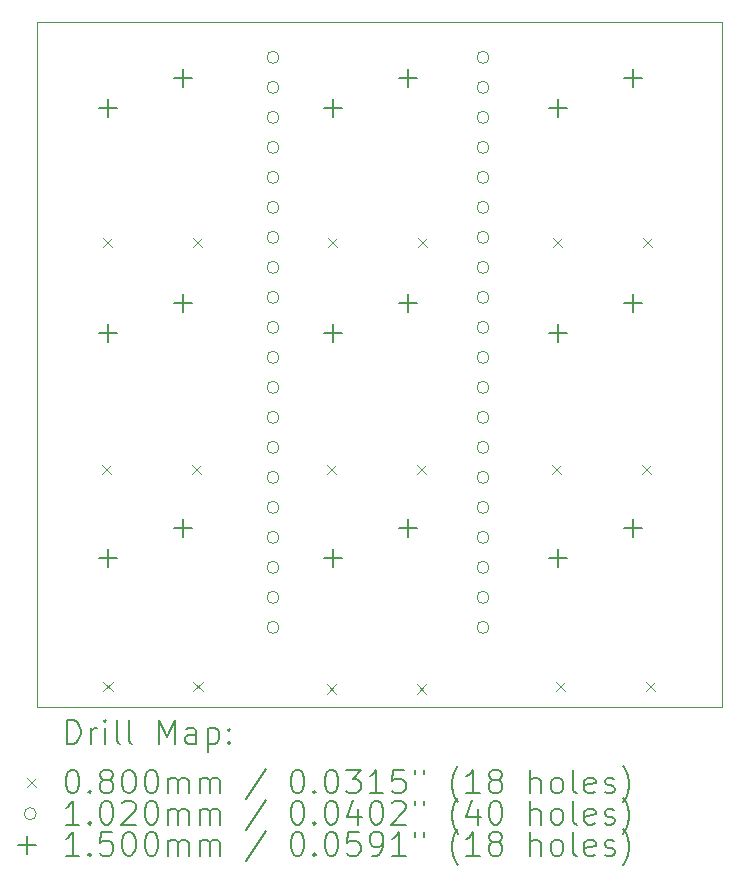
<source format=gbr>
%TF.GenerationSoftware,KiCad,Pcbnew,8.0.3*%
%TF.CreationDate,2024-08-31T16:40:24+01:00*%
%TF.ProjectId,macropad,6d616372-6f70-4616-942e-6b696361645f,rev?*%
%TF.SameCoordinates,Original*%
%TF.FileFunction,Drillmap*%
%TF.FilePolarity,Positive*%
%FSLAX45Y45*%
G04 Gerber Fmt 4.5, Leading zero omitted, Abs format (unit mm)*
G04 Created by KiCad (PCBNEW 8.0.3) date 2024-08-31 16:40:24*
%MOMM*%
%LPD*%
G01*
G04 APERTURE LIST*
%ADD10C,0.050000*%
%ADD11C,0.200000*%
%ADD12C,0.100000*%
%ADD13C,0.102000*%
%ADD14C,0.150000*%
G04 APERTURE END LIST*
D10*
X3760000Y-4520000D02*
X9560000Y-4520000D01*
X9560000Y-10320000D01*
X3760000Y-10320000D01*
X3760000Y-4520000D01*
D11*
D12*
X4314000Y-8270000D02*
X4394000Y-8350000D01*
X4394000Y-8270000D02*
X4314000Y-8350000D01*
X4320000Y-6350000D02*
X4400000Y-6430000D01*
X4400000Y-6350000D02*
X4320000Y-6430000D01*
X4324000Y-10110000D02*
X4404000Y-10190000D01*
X4404000Y-10110000D02*
X4324000Y-10190000D01*
X5076000Y-8270000D02*
X5156000Y-8350000D01*
X5156000Y-8270000D02*
X5076000Y-8350000D01*
X5082000Y-6350000D02*
X5162000Y-6430000D01*
X5162000Y-6350000D02*
X5082000Y-6430000D01*
X5086000Y-10110000D02*
X5166000Y-10190000D01*
X5166000Y-10110000D02*
X5086000Y-10190000D01*
X6219000Y-8270000D02*
X6299000Y-8350000D01*
X6299000Y-8270000D02*
X6219000Y-8350000D01*
X6219000Y-10130000D02*
X6299000Y-10210000D01*
X6299000Y-10130000D02*
X6219000Y-10210000D01*
X6225000Y-6350000D02*
X6305000Y-6430000D01*
X6305000Y-6350000D02*
X6225000Y-6430000D01*
X6981000Y-8270000D02*
X7061000Y-8350000D01*
X7061000Y-8270000D02*
X6981000Y-8350000D01*
X6981000Y-10130000D02*
X7061000Y-10210000D01*
X7061000Y-10130000D02*
X6981000Y-10210000D01*
X6987000Y-6350000D02*
X7067000Y-6430000D01*
X7067000Y-6350000D02*
X6987000Y-6430000D01*
X8124000Y-8270000D02*
X8204000Y-8350000D01*
X8204000Y-8270000D02*
X8124000Y-8350000D01*
X8130000Y-6350000D02*
X8210000Y-6430000D01*
X8210000Y-6350000D02*
X8130000Y-6430000D01*
X8155000Y-10110000D02*
X8235000Y-10190000D01*
X8235000Y-10110000D02*
X8155000Y-10190000D01*
X8886000Y-8270000D02*
X8966000Y-8350000D01*
X8966000Y-8270000D02*
X8886000Y-8350000D01*
X8892000Y-6350000D02*
X8972000Y-6430000D01*
X8972000Y-6350000D02*
X8892000Y-6430000D01*
X8917000Y-10110000D02*
X8997000Y-10190000D01*
X8997000Y-10110000D02*
X8917000Y-10190000D01*
D13*
X5813000Y-4822000D02*
G75*
G02*
X5711000Y-4822000I-51000J0D01*
G01*
X5711000Y-4822000D02*
G75*
G02*
X5813000Y-4822000I51000J0D01*
G01*
X5813000Y-5076000D02*
G75*
G02*
X5711000Y-5076000I-51000J0D01*
G01*
X5711000Y-5076000D02*
G75*
G02*
X5813000Y-5076000I51000J0D01*
G01*
X5813000Y-5330000D02*
G75*
G02*
X5711000Y-5330000I-51000J0D01*
G01*
X5711000Y-5330000D02*
G75*
G02*
X5813000Y-5330000I51000J0D01*
G01*
X5813000Y-5584000D02*
G75*
G02*
X5711000Y-5584000I-51000J0D01*
G01*
X5711000Y-5584000D02*
G75*
G02*
X5813000Y-5584000I51000J0D01*
G01*
X5813000Y-5838000D02*
G75*
G02*
X5711000Y-5838000I-51000J0D01*
G01*
X5711000Y-5838000D02*
G75*
G02*
X5813000Y-5838000I51000J0D01*
G01*
X5813000Y-6092000D02*
G75*
G02*
X5711000Y-6092000I-51000J0D01*
G01*
X5711000Y-6092000D02*
G75*
G02*
X5813000Y-6092000I51000J0D01*
G01*
X5813000Y-6346000D02*
G75*
G02*
X5711000Y-6346000I-51000J0D01*
G01*
X5711000Y-6346000D02*
G75*
G02*
X5813000Y-6346000I51000J0D01*
G01*
X5813000Y-6600000D02*
G75*
G02*
X5711000Y-6600000I-51000J0D01*
G01*
X5711000Y-6600000D02*
G75*
G02*
X5813000Y-6600000I51000J0D01*
G01*
X5813000Y-6854000D02*
G75*
G02*
X5711000Y-6854000I-51000J0D01*
G01*
X5711000Y-6854000D02*
G75*
G02*
X5813000Y-6854000I51000J0D01*
G01*
X5813000Y-7108000D02*
G75*
G02*
X5711000Y-7108000I-51000J0D01*
G01*
X5711000Y-7108000D02*
G75*
G02*
X5813000Y-7108000I51000J0D01*
G01*
X5813000Y-7362000D02*
G75*
G02*
X5711000Y-7362000I-51000J0D01*
G01*
X5711000Y-7362000D02*
G75*
G02*
X5813000Y-7362000I51000J0D01*
G01*
X5813000Y-7616000D02*
G75*
G02*
X5711000Y-7616000I-51000J0D01*
G01*
X5711000Y-7616000D02*
G75*
G02*
X5813000Y-7616000I51000J0D01*
G01*
X5813000Y-7870000D02*
G75*
G02*
X5711000Y-7870000I-51000J0D01*
G01*
X5711000Y-7870000D02*
G75*
G02*
X5813000Y-7870000I51000J0D01*
G01*
X5813000Y-8124000D02*
G75*
G02*
X5711000Y-8124000I-51000J0D01*
G01*
X5711000Y-8124000D02*
G75*
G02*
X5813000Y-8124000I51000J0D01*
G01*
X5813000Y-8378000D02*
G75*
G02*
X5711000Y-8378000I-51000J0D01*
G01*
X5711000Y-8378000D02*
G75*
G02*
X5813000Y-8378000I51000J0D01*
G01*
X5813000Y-8632000D02*
G75*
G02*
X5711000Y-8632000I-51000J0D01*
G01*
X5711000Y-8632000D02*
G75*
G02*
X5813000Y-8632000I51000J0D01*
G01*
X5813000Y-8886000D02*
G75*
G02*
X5711000Y-8886000I-51000J0D01*
G01*
X5711000Y-8886000D02*
G75*
G02*
X5813000Y-8886000I51000J0D01*
G01*
X5813000Y-9140000D02*
G75*
G02*
X5711000Y-9140000I-51000J0D01*
G01*
X5711000Y-9140000D02*
G75*
G02*
X5813000Y-9140000I51000J0D01*
G01*
X5813000Y-9394000D02*
G75*
G02*
X5711000Y-9394000I-51000J0D01*
G01*
X5711000Y-9394000D02*
G75*
G02*
X5813000Y-9394000I51000J0D01*
G01*
X5813000Y-9648000D02*
G75*
G02*
X5711000Y-9648000I-51000J0D01*
G01*
X5711000Y-9648000D02*
G75*
G02*
X5813000Y-9648000I51000J0D01*
G01*
X7591000Y-4822000D02*
G75*
G02*
X7489000Y-4822000I-51000J0D01*
G01*
X7489000Y-4822000D02*
G75*
G02*
X7591000Y-4822000I51000J0D01*
G01*
X7591000Y-5076000D02*
G75*
G02*
X7489000Y-5076000I-51000J0D01*
G01*
X7489000Y-5076000D02*
G75*
G02*
X7591000Y-5076000I51000J0D01*
G01*
X7591000Y-5330000D02*
G75*
G02*
X7489000Y-5330000I-51000J0D01*
G01*
X7489000Y-5330000D02*
G75*
G02*
X7591000Y-5330000I51000J0D01*
G01*
X7591000Y-5584000D02*
G75*
G02*
X7489000Y-5584000I-51000J0D01*
G01*
X7489000Y-5584000D02*
G75*
G02*
X7591000Y-5584000I51000J0D01*
G01*
X7591000Y-5838000D02*
G75*
G02*
X7489000Y-5838000I-51000J0D01*
G01*
X7489000Y-5838000D02*
G75*
G02*
X7591000Y-5838000I51000J0D01*
G01*
X7591000Y-6092000D02*
G75*
G02*
X7489000Y-6092000I-51000J0D01*
G01*
X7489000Y-6092000D02*
G75*
G02*
X7591000Y-6092000I51000J0D01*
G01*
X7591000Y-6346000D02*
G75*
G02*
X7489000Y-6346000I-51000J0D01*
G01*
X7489000Y-6346000D02*
G75*
G02*
X7591000Y-6346000I51000J0D01*
G01*
X7591000Y-6600000D02*
G75*
G02*
X7489000Y-6600000I-51000J0D01*
G01*
X7489000Y-6600000D02*
G75*
G02*
X7591000Y-6600000I51000J0D01*
G01*
X7591000Y-6854000D02*
G75*
G02*
X7489000Y-6854000I-51000J0D01*
G01*
X7489000Y-6854000D02*
G75*
G02*
X7591000Y-6854000I51000J0D01*
G01*
X7591000Y-7108000D02*
G75*
G02*
X7489000Y-7108000I-51000J0D01*
G01*
X7489000Y-7108000D02*
G75*
G02*
X7591000Y-7108000I51000J0D01*
G01*
X7591000Y-7362000D02*
G75*
G02*
X7489000Y-7362000I-51000J0D01*
G01*
X7489000Y-7362000D02*
G75*
G02*
X7591000Y-7362000I51000J0D01*
G01*
X7591000Y-7616000D02*
G75*
G02*
X7489000Y-7616000I-51000J0D01*
G01*
X7489000Y-7616000D02*
G75*
G02*
X7591000Y-7616000I51000J0D01*
G01*
X7591000Y-7870000D02*
G75*
G02*
X7489000Y-7870000I-51000J0D01*
G01*
X7489000Y-7870000D02*
G75*
G02*
X7591000Y-7870000I51000J0D01*
G01*
X7591000Y-8124000D02*
G75*
G02*
X7489000Y-8124000I-51000J0D01*
G01*
X7489000Y-8124000D02*
G75*
G02*
X7591000Y-8124000I51000J0D01*
G01*
X7591000Y-8378000D02*
G75*
G02*
X7489000Y-8378000I-51000J0D01*
G01*
X7489000Y-8378000D02*
G75*
G02*
X7591000Y-8378000I51000J0D01*
G01*
X7591000Y-8632000D02*
G75*
G02*
X7489000Y-8632000I-51000J0D01*
G01*
X7489000Y-8632000D02*
G75*
G02*
X7591000Y-8632000I51000J0D01*
G01*
X7591000Y-8886000D02*
G75*
G02*
X7489000Y-8886000I-51000J0D01*
G01*
X7489000Y-8886000D02*
G75*
G02*
X7591000Y-8886000I51000J0D01*
G01*
X7591000Y-9140000D02*
G75*
G02*
X7489000Y-9140000I-51000J0D01*
G01*
X7489000Y-9140000D02*
G75*
G02*
X7591000Y-9140000I51000J0D01*
G01*
X7591000Y-9394000D02*
G75*
G02*
X7489000Y-9394000I-51000J0D01*
G01*
X7489000Y-9394000D02*
G75*
G02*
X7591000Y-9394000I51000J0D01*
G01*
X7591000Y-9648000D02*
G75*
G02*
X7489000Y-9648000I-51000J0D01*
G01*
X7489000Y-9648000D02*
G75*
G02*
X7591000Y-9648000I51000J0D01*
G01*
D14*
X4365000Y-5179000D02*
X4365000Y-5329000D01*
X4290000Y-5254000D02*
X4440000Y-5254000D01*
X4365000Y-7084000D02*
X4365000Y-7234000D01*
X4290000Y-7159000D02*
X4440000Y-7159000D01*
X4365000Y-8989000D02*
X4365000Y-9139000D01*
X4290000Y-9064000D02*
X4440000Y-9064000D01*
X5000000Y-4925000D02*
X5000000Y-5075000D01*
X4925000Y-5000000D02*
X5075000Y-5000000D01*
X5000000Y-6830000D02*
X5000000Y-6980000D01*
X4925000Y-6905000D02*
X5075000Y-6905000D01*
X5000000Y-8735000D02*
X5000000Y-8885000D01*
X4925000Y-8810000D02*
X5075000Y-8810000D01*
X6270000Y-5179000D02*
X6270000Y-5329000D01*
X6195000Y-5254000D02*
X6345000Y-5254000D01*
X6270000Y-7084000D02*
X6270000Y-7234000D01*
X6195000Y-7159000D02*
X6345000Y-7159000D01*
X6270000Y-8989000D02*
X6270000Y-9139000D01*
X6195000Y-9064000D02*
X6345000Y-9064000D01*
X6905000Y-4925000D02*
X6905000Y-5075000D01*
X6830000Y-5000000D02*
X6980000Y-5000000D01*
X6905000Y-6830000D02*
X6905000Y-6980000D01*
X6830000Y-6905000D02*
X6980000Y-6905000D01*
X6905000Y-8735000D02*
X6905000Y-8885000D01*
X6830000Y-8810000D02*
X6980000Y-8810000D01*
X8175000Y-5179000D02*
X8175000Y-5329000D01*
X8100000Y-5254000D02*
X8250000Y-5254000D01*
X8175000Y-7084000D02*
X8175000Y-7234000D01*
X8100000Y-7159000D02*
X8250000Y-7159000D01*
X8175000Y-8989000D02*
X8175000Y-9139000D01*
X8100000Y-9064000D02*
X8250000Y-9064000D01*
X8810000Y-4925000D02*
X8810000Y-5075000D01*
X8735000Y-5000000D02*
X8885000Y-5000000D01*
X8810000Y-6830000D02*
X8810000Y-6980000D01*
X8735000Y-6905000D02*
X8885000Y-6905000D01*
X8810000Y-8735000D02*
X8810000Y-8885000D01*
X8735000Y-8810000D02*
X8885000Y-8810000D01*
D11*
X4018277Y-10633984D02*
X4018277Y-10433984D01*
X4018277Y-10433984D02*
X4065896Y-10433984D01*
X4065896Y-10433984D02*
X4094467Y-10443508D01*
X4094467Y-10443508D02*
X4113515Y-10462555D01*
X4113515Y-10462555D02*
X4123039Y-10481603D01*
X4123039Y-10481603D02*
X4132562Y-10519698D01*
X4132562Y-10519698D02*
X4132562Y-10548270D01*
X4132562Y-10548270D02*
X4123039Y-10586365D01*
X4123039Y-10586365D02*
X4113515Y-10605412D01*
X4113515Y-10605412D02*
X4094467Y-10624460D01*
X4094467Y-10624460D02*
X4065896Y-10633984D01*
X4065896Y-10633984D02*
X4018277Y-10633984D01*
X4218277Y-10633984D02*
X4218277Y-10500650D01*
X4218277Y-10538746D02*
X4227801Y-10519698D01*
X4227801Y-10519698D02*
X4237324Y-10510174D01*
X4237324Y-10510174D02*
X4256372Y-10500650D01*
X4256372Y-10500650D02*
X4275420Y-10500650D01*
X4342086Y-10633984D02*
X4342086Y-10500650D01*
X4342086Y-10433984D02*
X4332563Y-10443508D01*
X4332563Y-10443508D02*
X4342086Y-10453031D01*
X4342086Y-10453031D02*
X4351610Y-10443508D01*
X4351610Y-10443508D02*
X4342086Y-10433984D01*
X4342086Y-10433984D02*
X4342086Y-10453031D01*
X4465896Y-10633984D02*
X4446848Y-10624460D01*
X4446848Y-10624460D02*
X4437324Y-10605412D01*
X4437324Y-10605412D02*
X4437324Y-10433984D01*
X4570658Y-10633984D02*
X4551610Y-10624460D01*
X4551610Y-10624460D02*
X4542086Y-10605412D01*
X4542086Y-10605412D02*
X4542086Y-10433984D01*
X4799229Y-10633984D02*
X4799229Y-10433984D01*
X4799229Y-10433984D02*
X4865896Y-10576841D01*
X4865896Y-10576841D02*
X4932563Y-10433984D01*
X4932563Y-10433984D02*
X4932563Y-10633984D01*
X5113515Y-10633984D02*
X5113515Y-10529222D01*
X5113515Y-10529222D02*
X5103991Y-10510174D01*
X5103991Y-10510174D02*
X5084944Y-10500650D01*
X5084944Y-10500650D02*
X5046848Y-10500650D01*
X5046848Y-10500650D02*
X5027801Y-10510174D01*
X5113515Y-10624460D02*
X5094467Y-10633984D01*
X5094467Y-10633984D02*
X5046848Y-10633984D01*
X5046848Y-10633984D02*
X5027801Y-10624460D01*
X5027801Y-10624460D02*
X5018277Y-10605412D01*
X5018277Y-10605412D02*
X5018277Y-10586365D01*
X5018277Y-10586365D02*
X5027801Y-10567317D01*
X5027801Y-10567317D02*
X5046848Y-10557793D01*
X5046848Y-10557793D02*
X5094467Y-10557793D01*
X5094467Y-10557793D02*
X5113515Y-10548270D01*
X5208753Y-10500650D02*
X5208753Y-10700650D01*
X5208753Y-10510174D02*
X5227801Y-10500650D01*
X5227801Y-10500650D02*
X5265896Y-10500650D01*
X5265896Y-10500650D02*
X5284944Y-10510174D01*
X5284944Y-10510174D02*
X5294467Y-10519698D01*
X5294467Y-10519698D02*
X5303991Y-10538746D01*
X5303991Y-10538746D02*
X5303991Y-10595889D01*
X5303991Y-10595889D02*
X5294467Y-10614936D01*
X5294467Y-10614936D02*
X5284944Y-10624460D01*
X5284944Y-10624460D02*
X5265896Y-10633984D01*
X5265896Y-10633984D02*
X5227801Y-10633984D01*
X5227801Y-10633984D02*
X5208753Y-10624460D01*
X5389705Y-10614936D02*
X5399229Y-10624460D01*
X5399229Y-10624460D02*
X5389705Y-10633984D01*
X5389705Y-10633984D02*
X5380182Y-10624460D01*
X5380182Y-10624460D02*
X5389705Y-10614936D01*
X5389705Y-10614936D02*
X5389705Y-10633984D01*
X5389705Y-10510174D02*
X5399229Y-10519698D01*
X5399229Y-10519698D02*
X5389705Y-10529222D01*
X5389705Y-10529222D02*
X5380182Y-10519698D01*
X5380182Y-10519698D02*
X5389705Y-10510174D01*
X5389705Y-10510174D02*
X5389705Y-10529222D01*
D12*
X3677500Y-10922500D02*
X3757500Y-11002500D01*
X3757500Y-10922500D02*
X3677500Y-11002500D01*
D11*
X4056372Y-10853984D02*
X4075420Y-10853984D01*
X4075420Y-10853984D02*
X4094467Y-10863508D01*
X4094467Y-10863508D02*
X4103991Y-10873031D01*
X4103991Y-10873031D02*
X4113515Y-10892079D01*
X4113515Y-10892079D02*
X4123039Y-10930174D01*
X4123039Y-10930174D02*
X4123039Y-10977793D01*
X4123039Y-10977793D02*
X4113515Y-11015889D01*
X4113515Y-11015889D02*
X4103991Y-11034936D01*
X4103991Y-11034936D02*
X4094467Y-11044460D01*
X4094467Y-11044460D02*
X4075420Y-11053984D01*
X4075420Y-11053984D02*
X4056372Y-11053984D01*
X4056372Y-11053984D02*
X4037324Y-11044460D01*
X4037324Y-11044460D02*
X4027801Y-11034936D01*
X4027801Y-11034936D02*
X4018277Y-11015889D01*
X4018277Y-11015889D02*
X4008753Y-10977793D01*
X4008753Y-10977793D02*
X4008753Y-10930174D01*
X4008753Y-10930174D02*
X4018277Y-10892079D01*
X4018277Y-10892079D02*
X4027801Y-10873031D01*
X4027801Y-10873031D02*
X4037324Y-10863508D01*
X4037324Y-10863508D02*
X4056372Y-10853984D01*
X4208753Y-11034936D02*
X4218277Y-11044460D01*
X4218277Y-11044460D02*
X4208753Y-11053984D01*
X4208753Y-11053984D02*
X4199229Y-11044460D01*
X4199229Y-11044460D02*
X4208753Y-11034936D01*
X4208753Y-11034936D02*
X4208753Y-11053984D01*
X4332563Y-10939698D02*
X4313515Y-10930174D01*
X4313515Y-10930174D02*
X4303991Y-10920650D01*
X4303991Y-10920650D02*
X4294467Y-10901603D01*
X4294467Y-10901603D02*
X4294467Y-10892079D01*
X4294467Y-10892079D02*
X4303991Y-10873031D01*
X4303991Y-10873031D02*
X4313515Y-10863508D01*
X4313515Y-10863508D02*
X4332563Y-10853984D01*
X4332563Y-10853984D02*
X4370658Y-10853984D01*
X4370658Y-10853984D02*
X4389705Y-10863508D01*
X4389705Y-10863508D02*
X4399229Y-10873031D01*
X4399229Y-10873031D02*
X4408753Y-10892079D01*
X4408753Y-10892079D02*
X4408753Y-10901603D01*
X4408753Y-10901603D02*
X4399229Y-10920650D01*
X4399229Y-10920650D02*
X4389705Y-10930174D01*
X4389705Y-10930174D02*
X4370658Y-10939698D01*
X4370658Y-10939698D02*
X4332563Y-10939698D01*
X4332563Y-10939698D02*
X4313515Y-10949222D01*
X4313515Y-10949222D02*
X4303991Y-10958746D01*
X4303991Y-10958746D02*
X4294467Y-10977793D01*
X4294467Y-10977793D02*
X4294467Y-11015889D01*
X4294467Y-11015889D02*
X4303991Y-11034936D01*
X4303991Y-11034936D02*
X4313515Y-11044460D01*
X4313515Y-11044460D02*
X4332563Y-11053984D01*
X4332563Y-11053984D02*
X4370658Y-11053984D01*
X4370658Y-11053984D02*
X4389705Y-11044460D01*
X4389705Y-11044460D02*
X4399229Y-11034936D01*
X4399229Y-11034936D02*
X4408753Y-11015889D01*
X4408753Y-11015889D02*
X4408753Y-10977793D01*
X4408753Y-10977793D02*
X4399229Y-10958746D01*
X4399229Y-10958746D02*
X4389705Y-10949222D01*
X4389705Y-10949222D02*
X4370658Y-10939698D01*
X4532563Y-10853984D02*
X4551610Y-10853984D01*
X4551610Y-10853984D02*
X4570658Y-10863508D01*
X4570658Y-10863508D02*
X4580182Y-10873031D01*
X4580182Y-10873031D02*
X4589705Y-10892079D01*
X4589705Y-10892079D02*
X4599229Y-10930174D01*
X4599229Y-10930174D02*
X4599229Y-10977793D01*
X4599229Y-10977793D02*
X4589705Y-11015889D01*
X4589705Y-11015889D02*
X4580182Y-11034936D01*
X4580182Y-11034936D02*
X4570658Y-11044460D01*
X4570658Y-11044460D02*
X4551610Y-11053984D01*
X4551610Y-11053984D02*
X4532563Y-11053984D01*
X4532563Y-11053984D02*
X4513515Y-11044460D01*
X4513515Y-11044460D02*
X4503991Y-11034936D01*
X4503991Y-11034936D02*
X4494467Y-11015889D01*
X4494467Y-11015889D02*
X4484944Y-10977793D01*
X4484944Y-10977793D02*
X4484944Y-10930174D01*
X4484944Y-10930174D02*
X4494467Y-10892079D01*
X4494467Y-10892079D02*
X4503991Y-10873031D01*
X4503991Y-10873031D02*
X4513515Y-10863508D01*
X4513515Y-10863508D02*
X4532563Y-10853984D01*
X4723039Y-10853984D02*
X4742086Y-10853984D01*
X4742086Y-10853984D02*
X4761134Y-10863508D01*
X4761134Y-10863508D02*
X4770658Y-10873031D01*
X4770658Y-10873031D02*
X4780182Y-10892079D01*
X4780182Y-10892079D02*
X4789705Y-10930174D01*
X4789705Y-10930174D02*
X4789705Y-10977793D01*
X4789705Y-10977793D02*
X4780182Y-11015889D01*
X4780182Y-11015889D02*
X4770658Y-11034936D01*
X4770658Y-11034936D02*
X4761134Y-11044460D01*
X4761134Y-11044460D02*
X4742086Y-11053984D01*
X4742086Y-11053984D02*
X4723039Y-11053984D01*
X4723039Y-11053984D02*
X4703991Y-11044460D01*
X4703991Y-11044460D02*
X4694467Y-11034936D01*
X4694467Y-11034936D02*
X4684944Y-11015889D01*
X4684944Y-11015889D02*
X4675420Y-10977793D01*
X4675420Y-10977793D02*
X4675420Y-10930174D01*
X4675420Y-10930174D02*
X4684944Y-10892079D01*
X4684944Y-10892079D02*
X4694467Y-10873031D01*
X4694467Y-10873031D02*
X4703991Y-10863508D01*
X4703991Y-10863508D02*
X4723039Y-10853984D01*
X4875420Y-11053984D02*
X4875420Y-10920650D01*
X4875420Y-10939698D02*
X4884944Y-10930174D01*
X4884944Y-10930174D02*
X4903991Y-10920650D01*
X4903991Y-10920650D02*
X4932563Y-10920650D01*
X4932563Y-10920650D02*
X4951610Y-10930174D01*
X4951610Y-10930174D02*
X4961134Y-10949222D01*
X4961134Y-10949222D02*
X4961134Y-11053984D01*
X4961134Y-10949222D02*
X4970658Y-10930174D01*
X4970658Y-10930174D02*
X4989705Y-10920650D01*
X4989705Y-10920650D02*
X5018277Y-10920650D01*
X5018277Y-10920650D02*
X5037325Y-10930174D01*
X5037325Y-10930174D02*
X5046848Y-10949222D01*
X5046848Y-10949222D02*
X5046848Y-11053984D01*
X5142086Y-11053984D02*
X5142086Y-10920650D01*
X5142086Y-10939698D02*
X5151610Y-10930174D01*
X5151610Y-10930174D02*
X5170658Y-10920650D01*
X5170658Y-10920650D02*
X5199229Y-10920650D01*
X5199229Y-10920650D02*
X5218277Y-10930174D01*
X5218277Y-10930174D02*
X5227801Y-10949222D01*
X5227801Y-10949222D02*
X5227801Y-11053984D01*
X5227801Y-10949222D02*
X5237325Y-10930174D01*
X5237325Y-10930174D02*
X5256372Y-10920650D01*
X5256372Y-10920650D02*
X5284944Y-10920650D01*
X5284944Y-10920650D02*
X5303991Y-10930174D01*
X5303991Y-10930174D02*
X5313515Y-10949222D01*
X5313515Y-10949222D02*
X5313515Y-11053984D01*
X5703991Y-10844460D02*
X5532563Y-11101603D01*
X5961134Y-10853984D02*
X5980182Y-10853984D01*
X5980182Y-10853984D02*
X5999229Y-10863508D01*
X5999229Y-10863508D02*
X6008753Y-10873031D01*
X6008753Y-10873031D02*
X6018277Y-10892079D01*
X6018277Y-10892079D02*
X6027801Y-10930174D01*
X6027801Y-10930174D02*
X6027801Y-10977793D01*
X6027801Y-10977793D02*
X6018277Y-11015889D01*
X6018277Y-11015889D02*
X6008753Y-11034936D01*
X6008753Y-11034936D02*
X5999229Y-11044460D01*
X5999229Y-11044460D02*
X5980182Y-11053984D01*
X5980182Y-11053984D02*
X5961134Y-11053984D01*
X5961134Y-11053984D02*
X5942086Y-11044460D01*
X5942086Y-11044460D02*
X5932563Y-11034936D01*
X5932563Y-11034936D02*
X5923039Y-11015889D01*
X5923039Y-11015889D02*
X5913515Y-10977793D01*
X5913515Y-10977793D02*
X5913515Y-10930174D01*
X5913515Y-10930174D02*
X5923039Y-10892079D01*
X5923039Y-10892079D02*
X5932563Y-10873031D01*
X5932563Y-10873031D02*
X5942086Y-10863508D01*
X5942086Y-10863508D02*
X5961134Y-10853984D01*
X6113515Y-11034936D02*
X6123039Y-11044460D01*
X6123039Y-11044460D02*
X6113515Y-11053984D01*
X6113515Y-11053984D02*
X6103991Y-11044460D01*
X6103991Y-11044460D02*
X6113515Y-11034936D01*
X6113515Y-11034936D02*
X6113515Y-11053984D01*
X6246848Y-10853984D02*
X6265896Y-10853984D01*
X6265896Y-10853984D02*
X6284944Y-10863508D01*
X6284944Y-10863508D02*
X6294467Y-10873031D01*
X6294467Y-10873031D02*
X6303991Y-10892079D01*
X6303991Y-10892079D02*
X6313515Y-10930174D01*
X6313515Y-10930174D02*
X6313515Y-10977793D01*
X6313515Y-10977793D02*
X6303991Y-11015889D01*
X6303991Y-11015889D02*
X6294467Y-11034936D01*
X6294467Y-11034936D02*
X6284944Y-11044460D01*
X6284944Y-11044460D02*
X6265896Y-11053984D01*
X6265896Y-11053984D02*
X6246848Y-11053984D01*
X6246848Y-11053984D02*
X6227801Y-11044460D01*
X6227801Y-11044460D02*
X6218277Y-11034936D01*
X6218277Y-11034936D02*
X6208753Y-11015889D01*
X6208753Y-11015889D02*
X6199229Y-10977793D01*
X6199229Y-10977793D02*
X6199229Y-10930174D01*
X6199229Y-10930174D02*
X6208753Y-10892079D01*
X6208753Y-10892079D02*
X6218277Y-10873031D01*
X6218277Y-10873031D02*
X6227801Y-10863508D01*
X6227801Y-10863508D02*
X6246848Y-10853984D01*
X6380182Y-10853984D02*
X6503991Y-10853984D01*
X6503991Y-10853984D02*
X6437325Y-10930174D01*
X6437325Y-10930174D02*
X6465896Y-10930174D01*
X6465896Y-10930174D02*
X6484944Y-10939698D01*
X6484944Y-10939698D02*
X6494467Y-10949222D01*
X6494467Y-10949222D02*
X6503991Y-10968270D01*
X6503991Y-10968270D02*
X6503991Y-11015889D01*
X6503991Y-11015889D02*
X6494467Y-11034936D01*
X6494467Y-11034936D02*
X6484944Y-11044460D01*
X6484944Y-11044460D02*
X6465896Y-11053984D01*
X6465896Y-11053984D02*
X6408753Y-11053984D01*
X6408753Y-11053984D02*
X6389706Y-11044460D01*
X6389706Y-11044460D02*
X6380182Y-11034936D01*
X6694467Y-11053984D02*
X6580182Y-11053984D01*
X6637325Y-11053984D02*
X6637325Y-10853984D01*
X6637325Y-10853984D02*
X6618277Y-10882555D01*
X6618277Y-10882555D02*
X6599229Y-10901603D01*
X6599229Y-10901603D02*
X6580182Y-10911127D01*
X6875420Y-10853984D02*
X6780182Y-10853984D01*
X6780182Y-10853984D02*
X6770658Y-10949222D01*
X6770658Y-10949222D02*
X6780182Y-10939698D01*
X6780182Y-10939698D02*
X6799229Y-10930174D01*
X6799229Y-10930174D02*
X6846848Y-10930174D01*
X6846848Y-10930174D02*
X6865896Y-10939698D01*
X6865896Y-10939698D02*
X6875420Y-10949222D01*
X6875420Y-10949222D02*
X6884944Y-10968270D01*
X6884944Y-10968270D02*
X6884944Y-11015889D01*
X6884944Y-11015889D02*
X6875420Y-11034936D01*
X6875420Y-11034936D02*
X6865896Y-11044460D01*
X6865896Y-11044460D02*
X6846848Y-11053984D01*
X6846848Y-11053984D02*
X6799229Y-11053984D01*
X6799229Y-11053984D02*
X6780182Y-11044460D01*
X6780182Y-11044460D02*
X6770658Y-11034936D01*
X6961134Y-10853984D02*
X6961134Y-10892079D01*
X7037325Y-10853984D02*
X7037325Y-10892079D01*
X7332563Y-11130174D02*
X7323039Y-11120650D01*
X7323039Y-11120650D02*
X7303991Y-11092079D01*
X7303991Y-11092079D02*
X7294468Y-11073031D01*
X7294468Y-11073031D02*
X7284944Y-11044460D01*
X7284944Y-11044460D02*
X7275420Y-10996841D01*
X7275420Y-10996841D02*
X7275420Y-10958746D01*
X7275420Y-10958746D02*
X7284944Y-10911127D01*
X7284944Y-10911127D02*
X7294468Y-10882555D01*
X7294468Y-10882555D02*
X7303991Y-10863508D01*
X7303991Y-10863508D02*
X7323039Y-10834936D01*
X7323039Y-10834936D02*
X7332563Y-10825412D01*
X7513515Y-11053984D02*
X7399229Y-11053984D01*
X7456372Y-11053984D02*
X7456372Y-10853984D01*
X7456372Y-10853984D02*
X7437325Y-10882555D01*
X7437325Y-10882555D02*
X7418277Y-10901603D01*
X7418277Y-10901603D02*
X7399229Y-10911127D01*
X7627801Y-10939698D02*
X7608753Y-10930174D01*
X7608753Y-10930174D02*
X7599229Y-10920650D01*
X7599229Y-10920650D02*
X7589706Y-10901603D01*
X7589706Y-10901603D02*
X7589706Y-10892079D01*
X7589706Y-10892079D02*
X7599229Y-10873031D01*
X7599229Y-10873031D02*
X7608753Y-10863508D01*
X7608753Y-10863508D02*
X7627801Y-10853984D01*
X7627801Y-10853984D02*
X7665896Y-10853984D01*
X7665896Y-10853984D02*
X7684944Y-10863508D01*
X7684944Y-10863508D02*
X7694468Y-10873031D01*
X7694468Y-10873031D02*
X7703991Y-10892079D01*
X7703991Y-10892079D02*
X7703991Y-10901603D01*
X7703991Y-10901603D02*
X7694468Y-10920650D01*
X7694468Y-10920650D02*
X7684944Y-10930174D01*
X7684944Y-10930174D02*
X7665896Y-10939698D01*
X7665896Y-10939698D02*
X7627801Y-10939698D01*
X7627801Y-10939698D02*
X7608753Y-10949222D01*
X7608753Y-10949222D02*
X7599229Y-10958746D01*
X7599229Y-10958746D02*
X7589706Y-10977793D01*
X7589706Y-10977793D02*
X7589706Y-11015889D01*
X7589706Y-11015889D02*
X7599229Y-11034936D01*
X7599229Y-11034936D02*
X7608753Y-11044460D01*
X7608753Y-11044460D02*
X7627801Y-11053984D01*
X7627801Y-11053984D02*
X7665896Y-11053984D01*
X7665896Y-11053984D02*
X7684944Y-11044460D01*
X7684944Y-11044460D02*
X7694468Y-11034936D01*
X7694468Y-11034936D02*
X7703991Y-11015889D01*
X7703991Y-11015889D02*
X7703991Y-10977793D01*
X7703991Y-10977793D02*
X7694468Y-10958746D01*
X7694468Y-10958746D02*
X7684944Y-10949222D01*
X7684944Y-10949222D02*
X7665896Y-10939698D01*
X7942087Y-11053984D02*
X7942087Y-10853984D01*
X8027801Y-11053984D02*
X8027801Y-10949222D01*
X8027801Y-10949222D02*
X8018277Y-10930174D01*
X8018277Y-10930174D02*
X7999230Y-10920650D01*
X7999230Y-10920650D02*
X7970658Y-10920650D01*
X7970658Y-10920650D02*
X7951610Y-10930174D01*
X7951610Y-10930174D02*
X7942087Y-10939698D01*
X8151610Y-11053984D02*
X8132563Y-11044460D01*
X8132563Y-11044460D02*
X8123039Y-11034936D01*
X8123039Y-11034936D02*
X8113515Y-11015889D01*
X8113515Y-11015889D02*
X8113515Y-10958746D01*
X8113515Y-10958746D02*
X8123039Y-10939698D01*
X8123039Y-10939698D02*
X8132563Y-10930174D01*
X8132563Y-10930174D02*
X8151610Y-10920650D01*
X8151610Y-10920650D02*
X8180182Y-10920650D01*
X8180182Y-10920650D02*
X8199230Y-10930174D01*
X8199230Y-10930174D02*
X8208753Y-10939698D01*
X8208753Y-10939698D02*
X8218277Y-10958746D01*
X8218277Y-10958746D02*
X8218277Y-11015889D01*
X8218277Y-11015889D02*
X8208753Y-11034936D01*
X8208753Y-11034936D02*
X8199230Y-11044460D01*
X8199230Y-11044460D02*
X8180182Y-11053984D01*
X8180182Y-11053984D02*
X8151610Y-11053984D01*
X8332563Y-11053984D02*
X8313515Y-11044460D01*
X8313515Y-11044460D02*
X8303991Y-11025412D01*
X8303991Y-11025412D02*
X8303991Y-10853984D01*
X8484944Y-11044460D02*
X8465896Y-11053984D01*
X8465896Y-11053984D02*
X8427801Y-11053984D01*
X8427801Y-11053984D02*
X8408753Y-11044460D01*
X8408753Y-11044460D02*
X8399230Y-11025412D01*
X8399230Y-11025412D02*
X8399230Y-10949222D01*
X8399230Y-10949222D02*
X8408753Y-10930174D01*
X8408753Y-10930174D02*
X8427801Y-10920650D01*
X8427801Y-10920650D02*
X8465896Y-10920650D01*
X8465896Y-10920650D02*
X8484944Y-10930174D01*
X8484944Y-10930174D02*
X8494468Y-10949222D01*
X8494468Y-10949222D02*
X8494468Y-10968270D01*
X8494468Y-10968270D02*
X8399230Y-10987317D01*
X8570658Y-11044460D02*
X8589706Y-11053984D01*
X8589706Y-11053984D02*
X8627801Y-11053984D01*
X8627801Y-11053984D02*
X8646849Y-11044460D01*
X8646849Y-11044460D02*
X8656373Y-11025412D01*
X8656373Y-11025412D02*
X8656373Y-11015889D01*
X8656373Y-11015889D02*
X8646849Y-10996841D01*
X8646849Y-10996841D02*
X8627801Y-10987317D01*
X8627801Y-10987317D02*
X8599230Y-10987317D01*
X8599230Y-10987317D02*
X8580182Y-10977793D01*
X8580182Y-10977793D02*
X8570658Y-10958746D01*
X8570658Y-10958746D02*
X8570658Y-10949222D01*
X8570658Y-10949222D02*
X8580182Y-10930174D01*
X8580182Y-10930174D02*
X8599230Y-10920650D01*
X8599230Y-10920650D02*
X8627801Y-10920650D01*
X8627801Y-10920650D02*
X8646849Y-10930174D01*
X8723039Y-11130174D02*
X8732563Y-11120650D01*
X8732563Y-11120650D02*
X8751611Y-11092079D01*
X8751611Y-11092079D02*
X8761134Y-11073031D01*
X8761134Y-11073031D02*
X8770658Y-11044460D01*
X8770658Y-11044460D02*
X8780182Y-10996841D01*
X8780182Y-10996841D02*
X8780182Y-10958746D01*
X8780182Y-10958746D02*
X8770658Y-10911127D01*
X8770658Y-10911127D02*
X8761134Y-10882555D01*
X8761134Y-10882555D02*
X8751611Y-10863508D01*
X8751611Y-10863508D02*
X8732563Y-10834936D01*
X8732563Y-10834936D02*
X8723039Y-10825412D01*
D13*
X3757500Y-11226500D02*
G75*
G02*
X3655500Y-11226500I-51000J0D01*
G01*
X3655500Y-11226500D02*
G75*
G02*
X3757500Y-11226500I51000J0D01*
G01*
D11*
X4123039Y-11317984D02*
X4008753Y-11317984D01*
X4065896Y-11317984D02*
X4065896Y-11117984D01*
X4065896Y-11117984D02*
X4046848Y-11146555D01*
X4046848Y-11146555D02*
X4027801Y-11165603D01*
X4027801Y-11165603D02*
X4008753Y-11175127D01*
X4208753Y-11298936D02*
X4218277Y-11308460D01*
X4218277Y-11308460D02*
X4208753Y-11317984D01*
X4208753Y-11317984D02*
X4199229Y-11308460D01*
X4199229Y-11308460D02*
X4208753Y-11298936D01*
X4208753Y-11298936D02*
X4208753Y-11317984D01*
X4342086Y-11117984D02*
X4361134Y-11117984D01*
X4361134Y-11117984D02*
X4380182Y-11127508D01*
X4380182Y-11127508D02*
X4389705Y-11137031D01*
X4389705Y-11137031D02*
X4399229Y-11156079D01*
X4399229Y-11156079D02*
X4408753Y-11194174D01*
X4408753Y-11194174D02*
X4408753Y-11241793D01*
X4408753Y-11241793D02*
X4399229Y-11279888D01*
X4399229Y-11279888D02*
X4389705Y-11298936D01*
X4389705Y-11298936D02*
X4380182Y-11308460D01*
X4380182Y-11308460D02*
X4361134Y-11317984D01*
X4361134Y-11317984D02*
X4342086Y-11317984D01*
X4342086Y-11317984D02*
X4323039Y-11308460D01*
X4323039Y-11308460D02*
X4313515Y-11298936D01*
X4313515Y-11298936D02*
X4303991Y-11279888D01*
X4303991Y-11279888D02*
X4294467Y-11241793D01*
X4294467Y-11241793D02*
X4294467Y-11194174D01*
X4294467Y-11194174D02*
X4303991Y-11156079D01*
X4303991Y-11156079D02*
X4313515Y-11137031D01*
X4313515Y-11137031D02*
X4323039Y-11127508D01*
X4323039Y-11127508D02*
X4342086Y-11117984D01*
X4484944Y-11137031D02*
X4494467Y-11127508D01*
X4494467Y-11127508D02*
X4513515Y-11117984D01*
X4513515Y-11117984D02*
X4561134Y-11117984D01*
X4561134Y-11117984D02*
X4580182Y-11127508D01*
X4580182Y-11127508D02*
X4589705Y-11137031D01*
X4589705Y-11137031D02*
X4599229Y-11156079D01*
X4599229Y-11156079D02*
X4599229Y-11175127D01*
X4599229Y-11175127D02*
X4589705Y-11203698D01*
X4589705Y-11203698D02*
X4475420Y-11317984D01*
X4475420Y-11317984D02*
X4599229Y-11317984D01*
X4723039Y-11117984D02*
X4742086Y-11117984D01*
X4742086Y-11117984D02*
X4761134Y-11127508D01*
X4761134Y-11127508D02*
X4770658Y-11137031D01*
X4770658Y-11137031D02*
X4780182Y-11156079D01*
X4780182Y-11156079D02*
X4789705Y-11194174D01*
X4789705Y-11194174D02*
X4789705Y-11241793D01*
X4789705Y-11241793D02*
X4780182Y-11279888D01*
X4780182Y-11279888D02*
X4770658Y-11298936D01*
X4770658Y-11298936D02*
X4761134Y-11308460D01*
X4761134Y-11308460D02*
X4742086Y-11317984D01*
X4742086Y-11317984D02*
X4723039Y-11317984D01*
X4723039Y-11317984D02*
X4703991Y-11308460D01*
X4703991Y-11308460D02*
X4694467Y-11298936D01*
X4694467Y-11298936D02*
X4684944Y-11279888D01*
X4684944Y-11279888D02*
X4675420Y-11241793D01*
X4675420Y-11241793D02*
X4675420Y-11194174D01*
X4675420Y-11194174D02*
X4684944Y-11156079D01*
X4684944Y-11156079D02*
X4694467Y-11137031D01*
X4694467Y-11137031D02*
X4703991Y-11127508D01*
X4703991Y-11127508D02*
X4723039Y-11117984D01*
X4875420Y-11317984D02*
X4875420Y-11184650D01*
X4875420Y-11203698D02*
X4884944Y-11194174D01*
X4884944Y-11194174D02*
X4903991Y-11184650D01*
X4903991Y-11184650D02*
X4932563Y-11184650D01*
X4932563Y-11184650D02*
X4951610Y-11194174D01*
X4951610Y-11194174D02*
X4961134Y-11213222D01*
X4961134Y-11213222D02*
X4961134Y-11317984D01*
X4961134Y-11213222D02*
X4970658Y-11194174D01*
X4970658Y-11194174D02*
X4989705Y-11184650D01*
X4989705Y-11184650D02*
X5018277Y-11184650D01*
X5018277Y-11184650D02*
X5037325Y-11194174D01*
X5037325Y-11194174D02*
X5046848Y-11213222D01*
X5046848Y-11213222D02*
X5046848Y-11317984D01*
X5142086Y-11317984D02*
X5142086Y-11184650D01*
X5142086Y-11203698D02*
X5151610Y-11194174D01*
X5151610Y-11194174D02*
X5170658Y-11184650D01*
X5170658Y-11184650D02*
X5199229Y-11184650D01*
X5199229Y-11184650D02*
X5218277Y-11194174D01*
X5218277Y-11194174D02*
X5227801Y-11213222D01*
X5227801Y-11213222D02*
X5227801Y-11317984D01*
X5227801Y-11213222D02*
X5237325Y-11194174D01*
X5237325Y-11194174D02*
X5256372Y-11184650D01*
X5256372Y-11184650D02*
X5284944Y-11184650D01*
X5284944Y-11184650D02*
X5303991Y-11194174D01*
X5303991Y-11194174D02*
X5313515Y-11213222D01*
X5313515Y-11213222D02*
X5313515Y-11317984D01*
X5703991Y-11108460D02*
X5532563Y-11365603D01*
X5961134Y-11117984D02*
X5980182Y-11117984D01*
X5980182Y-11117984D02*
X5999229Y-11127508D01*
X5999229Y-11127508D02*
X6008753Y-11137031D01*
X6008753Y-11137031D02*
X6018277Y-11156079D01*
X6018277Y-11156079D02*
X6027801Y-11194174D01*
X6027801Y-11194174D02*
X6027801Y-11241793D01*
X6027801Y-11241793D02*
X6018277Y-11279888D01*
X6018277Y-11279888D02*
X6008753Y-11298936D01*
X6008753Y-11298936D02*
X5999229Y-11308460D01*
X5999229Y-11308460D02*
X5980182Y-11317984D01*
X5980182Y-11317984D02*
X5961134Y-11317984D01*
X5961134Y-11317984D02*
X5942086Y-11308460D01*
X5942086Y-11308460D02*
X5932563Y-11298936D01*
X5932563Y-11298936D02*
X5923039Y-11279888D01*
X5923039Y-11279888D02*
X5913515Y-11241793D01*
X5913515Y-11241793D02*
X5913515Y-11194174D01*
X5913515Y-11194174D02*
X5923039Y-11156079D01*
X5923039Y-11156079D02*
X5932563Y-11137031D01*
X5932563Y-11137031D02*
X5942086Y-11127508D01*
X5942086Y-11127508D02*
X5961134Y-11117984D01*
X6113515Y-11298936D02*
X6123039Y-11308460D01*
X6123039Y-11308460D02*
X6113515Y-11317984D01*
X6113515Y-11317984D02*
X6103991Y-11308460D01*
X6103991Y-11308460D02*
X6113515Y-11298936D01*
X6113515Y-11298936D02*
X6113515Y-11317984D01*
X6246848Y-11117984D02*
X6265896Y-11117984D01*
X6265896Y-11117984D02*
X6284944Y-11127508D01*
X6284944Y-11127508D02*
X6294467Y-11137031D01*
X6294467Y-11137031D02*
X6303991Y-11156079D01*
X6303991Y-11156079D02*
X6313515Y-11194174D01*
X6313515Y-11194174D02*
X6313515Y-11241793D01*
X6313515Y-11241793D02*
X6303991Y-11279888D01*
X6303991Y-11279888D02*
X6294467Y-11298936D01*
X6294467Y-11298936D02*
X6284944Y-11308460D01*
X6284944Y-11308460D02*
X6265896Y-11317984D01*
X6265896Y-11317984D02*
X6246848Y-11317984D01*
X6246848Y-11317984D02*
X6227801Y-11308460D01*
X6227801Y-11308460D02*
X6218277Y-11298936D01*
X6218277Y-11298936D02*
X6208753Y-11279888D01*
X6208753Y-11279888D02*
X6199229Y-11241793D01*
X6199229Y-11241793D02*
X6199229Y-11194174D01*
X6199229Y-11194174D02*
X6208753Y-11156079D01*
X6208753Y-11156079D02*
X6218277Y-11137031D01*
X6218277Y-11137031D02*
X6227801Y-11127508D01*
X6227801Y-11127508D02*
X6246848Y-11117984D01*
X6484944Y-11184650D02*
X6484944Y-11317984D01*
X6437325Y-11108460D02*
X6389706Y-11251317D01*
X6389706Y-11251317D02*
X6513515Y-11251317D01*
X6627801Y-11117984D02*
X6646848Y-11117984D01*
X6646848Y-11117984D02*
X6665896Y-11127508D01*
X6665896Y-11127508D02*
X6675420Y-11137031D01*
X6675420Y-11137031D02*
X6684944Y-11156079D01*
X6684944Y-11156079D02*
X6694467Y-11194174D01*
X6694467Y-11194174D02*
X6694467Y-11241793D01*
X6694467Y-11241793D02*
X6684944Y-11279888D01*
X6684944Y-11279888D02*
X6675420Y-11298936D01*
X6675420Y-11298936D02*
X6665896Y-11308460D01*
X6665896Y-11308460D02*
X6646848Y-11317984D01*
X6646848Y-11317984D02*
X6627801Y-11317984D01*
X6627801Y-11317984D02*
X6608753Y-11308460D01*
X6608753Y-11308460D02*
X6599229Y-11298936D01*
X6599229Y-11298936D02*
X6589706Y-11279888D01*
X6589706Y-11279888D02*
X6580182Y-11241793D01*
X6580182Y-11241793D02*
X6580182Y-11194174D01*
X6580182Y-11194174D02*
X6589706Y-11156079D01*
X6589706Y-11156079D02*
X6599229Y-11137031D01*
X6599229Y-11137031D02*
X6608753Y-11127508D01*
X6608753Y-11127508D02*
X6627801Y-11117984D01*
X6770658Y-11137031D02*
X6780182Y-11127508D01*
X6780182Y-11127508D02*
X6799229Y-11117984D01*
X6799229Y-11117984D02*
X6846848Y-11117984D01*
X6846848Y-11117984D02*
X6865896Y-11127508D01*
X6865896Y-11127508D02*
X6875420Y-11137031D01*
X6875420Y-11137031D02*
X6884944Y-11156079D01*
X6884944Y-11156079D02*
X6884944Y-11175127D01*
X6884944Y-11175127D02*
X6875420Y-11203698D01*
X6875420Y-11203698D02*
X6761134Y-11317984D01*
X6761134Y-11317984D02*
X6884944Y-11317984D01*
X6961134Y-11117984D02*
X6961134Y-11156079D01*
X7037325Y-11117984D02*
X7037325Y-11156079D01*
X7332563Y-11394174D02*
X7323039Y-11384650D01*
X7323039Y-11384650D02*
X7303991Y-11356079D01*
X7303991Y-11356079D02*
X7294468Y-11337031D01*
X7294468Y-11337031D02*
X7284944Y-11308460D01*
X7284944Y-11308460D02*
X7275420Y-11260841D01*
X7275420Y-11260841D02*
X7275420Y-11222746D01*
X7275420Y-11222746D02*
X7284944Y-11175127D01*
X7284944Y-11175127D02*
X7294468Y-11146555D01*
X7294468Y-11146555D02*
X7303991Y-11127508D01*
X7303991Y-11127508D02*
X7323039Y-11098936D01*
X7323039Y-11098936D02*
X7332563Y-11089412D01*
X7494468Y-11184650D02*
X7494468Y-11317984D01*
X7446848Y-11108460D02*
X7399229Y-11251317D01*
X7399229Y-11251317D02*
X7523039Y-11251317D01*
X7637325Y-11117984D02*
X7656372Y-11117984D01*
X7656372Y-11117984D02*
X7675420Y-11127508D01*
X7675420Y-11127508D02*
X7684944Y-11137031D01*
X7684944Y-11137031D02*
X7694468Y-11156079D01*
X7694468Y-11156079D02*
X7703991Y-11194174D01*
X7703991Y-11194174D02*
X7703991Y-11241793D01*
X7703991Y-11241793D02*
X7694468Y-11279888D01*
X7694468Y-11279888D02*
X7684944Y-11298936D01*
X7684944Y-11298936D02*
X7675420Y-11308460D01*
X7675420Y-11308460D02*
X7656372Y-11317984D01*
X7656372Y-11317984D02*
X7637325Y-11317984D01*
X7637325Y-11317984D02*
X7618277Y-11308460D01*
X7618277Y-11308460D02*
X7608753Y-11298936D01*
X7608753Y-11298936D02*
X7599229Y-11279888D01*
X7599229Y-11279888D02*
X7589706Y-11241793D01*
X7589706Y-11241793D02*
X7589706Y-11194174D01*
X7589706Y-11194174D02*
X7599229Y-11156079D01*
X7599229Y-11156079D02*
X7608753Y-11137031D01*
X7608753Y-11137031D02*
X7618277Y-11127508D01*
X7618277Y-11127508D02*
X7637325Y-11117984D01*
X7942087Y-11317984D02*
X7942087Y-11117984D01*
X8027801Y-11317984D02*
X8027801Y-11213222D01*
X8027801Y-11213222D02*
X8018277Y-11194174D01*
X8018277Y-11194174D02*
X7999230Y-11184650D01*
X7999230Y-11184650D02*
X7970658Y-11184650D01*
X7970658Y-11184650D02*
X7951610Y-11194174D01*
X7951610Y-11194174D02*
X7942087Y-11203698D01*
X8151610Y-11317984D02*
X8132563Y-11308460D01*
X8132563Y-11308460D02*
X8123039Y-11298936D01*
X8123039Y-11298936D02*
X8113515Y-11279888D01*
X8113515Y-11279888D02*
X8113515Y-11222746D01*
X8113515Y-11222746D02*
X8123039Y-11203698D01*
X8123039Y-11203698D02*
X8132563Y-11194174D01*
X8132563Y-11194174D02*
X8151610Y-11184650D01*
X8151610Y-11184650D02*
X8180182Y-11184650D01*
X8180182Y-11184650D02*
X8199230Y-11194174D01*
X8199230Y-11194174D02*
X8208753Y-11203698D01*
X8208753Y-11203698D02*
X8218277Y-11222746D01*
X8218277Y-11222746D02*
X8218277Y-11279888D01*
X8218277Y-11279888D02*
X8208753Y-11298936D01*
X8208753Y-11298936D02*
X8199230Y-11308460D01*
X8199230Y-11308460D02*
X8180182Y-11317984D01*
X8180182Y-11317984D02*
X8151610Y-11317984D01*
X8332563Y-11317984D02*
X8313515Y-11308460D01*
X8313515Y-11308460D02*
X8303991Y-11289412D01*
X8303991Y-11289412D02*
X8303991Y-11117984D01*
X8484944Y-11308460D02*
X8465896Y-11317984D01*
X8465896Y-11317984D02*
X8427801Y-11317984D01*
X8427801Y-11317984D02*
X8408753Y-11308460D01*
X8408753Y-11308460D02*
X8399230Y-11289412D01*
X8399230Y-11289412D02*
X8399230Y-11213222D01*
X8399230Y-11213222D02*
X8408753Y-11194174D01*
X8408753Y-11194174D02*
X8427801Y-11184650D01*
X8427801Y-11184650D02*
X8465896Y-11184650D01*
X8465896Y-11184650D02*
X8484944Y-11194174D01*
X8484944Y-11194174D02*
X8494468Y-11213222D01*
X8494468Y-11213222D02*
X8494468Y-11232269D01*
X8494468Y-11232269D02*
X8399230Y-11251317D01*
X8570658Y-11308460D02*
X8589706Y-11317984D01*
X8589706Y-11317984D02*
X8627801Y-11317984D01*
X8627801Y-11317984D02*
X8646849Y-11308460D01*
X8646849Y-11308460D02*
X8656373Y-11289412D01*
X8656373Y-11289412D02*
X8656373Y-11279888D01*
X8656373Y-11279888D02*
X8646849Y-11260841D01*
X8646849Y-11260841D02*
X8627801Y-11251317D01*
X8627801Y-11251317D02*
X8599230Y-11251317D01*
X8599230Y-11251317D02*
X8580182Y-11241793D01*
X8580182Y-11241793D02*
X8570658Y-11222746D01*
X8570658Y-11222746D02*
X8570658Y-11213222D01*
X8570658Y-11213222D02*
X8580182Y-11194174D01*
X8580182Y-11194174D02*
X8599230Y-11184650D01*
X8599230Y-11184650D02*
X8627801Y-11184650D01*
X8627801Y-11184650D02*
X8646849Y-11194174D01*
X8723039Y-11394174D02*
X8732563Y-11384650D01*
X8732563Y-11384650D02*
X8751611Y-11356079D01*
X8751611Y-11356079D02*
X8761134Y-11337031D01*
X8761134Y-11337031D02*
X8770658Y-11308460D01*
X8770658Y-11308460D02*
X8780182Y-11260841D01*
X8780182Y-11260841D02*
X8780182Y-11222746D01*
X8780182Y-11222746D02*
X8770658Y-11175127D01*
X8770658Y-11175127D02*
X8761134Y-11146555D01*
X8761134Y-11146555D02*
X8751611Y-11127508D01*
X8751611Y-11127508D02*
X8732563Y-11098936D01*
X8732563Y-11098936D02*
X8723039Y-11089412D01*
D14*
X3682500Y-11415500D02*
X3682500Y-11565500D01*
X3607500Y-11490500D02*
X3757500Y-11490500D01*
D11*
X4123039Y-11581984D02*
X4008753Y-11581984D01*
X4065896Y-11581984D02*
X4065896Y-11381984D01*
X4065896Y-11381984D02*
X4046848Y-11410555D01*
X4046848Y-11410555D02*
X4027801Y-11429603D01*
X4027801Y-11429603D02*
X4008753Y-11439127D01*
X4208753Y-11562936D02*
X4218277Y-11572460D01*
X4218277Y-11572460D02*
X4208753Y-11581984D01*
X4208753Y-11581984D02*
X4199229Y-11572460D01*
X4199229Y-11572460D02*
X4208753Y-11562936D01*
X4208753Y-11562936D02*
X4208753Y-11581984D01*
X4399229Y-11381984D02*
X4303991Y-11381984D01*
X4303991Y-11381984D02*
X4294467Y-11477222D01*
X4294467Y-11477222D02*
X4303991Y-11467698D01*
X4303991Y-11467698D02*
X4323039Y-11458174D01*
X4323039Y-11458174D02*
X4370658Y-11458174D01*
X4370658Y-11458174D02*
X4389705Y-11467698D01*
X4389705Y-11467698D02*
X4399229Y-11477222D01*
X4399229Y-11477222D02*
X4408753Y-11496269D01*
X4408753Y-11496269D02*
X4408753Y-11543888D01*
X4408753Y-11543888D02*
X4399229Y-11562936D01*
X4399229Y-11562936D02*
X4389705Y-11572460D01*
X4389705Y-11572460D02*
X4370658Y-11581984D01*
X4370658Y-11581984D02*
X4323039Y-11581984D01*
X4323039Y-11581984D02*
X4303991Y-11572460D01*
X4303991Y-11572460D02*
X4294467Y-11562936D01*
X4532563Y-11381984D02*
X4551610Y-11381984D01*
X4551610Y-11381984D02*
X4570658Y-11391508D01*
X4570658Y-11391508D02*
X4580182Y-11401031D01*
X4580182Y-11401031D02*
X4589705Y-11420079D01*
X4589705Y-11420079D02*
X4599229Y-11458174D01*
X4599229Y-11458174D02*
X4599229Y-11505793D01*
X4599229Y-11505793D02*
X4589705Y-11543888D01*
X4589705Y-11543888D02*
X4580182Y-11562936D01*
X4580182Y-11562936D02*
X4570658Y-11572460D01*
X4570658Y-11572460D02*
X4551610Y-11581984D01*
X4551610Y-11581984D02*
X4532563Y-11581984D01*
X4532563Y-11581984D02*
X4513515Y-11572460D01*
X4513515Y-11572460D02*
X4503991Y-11562936D01*
X4503991Y-11562936D02*
X4494467Y-11543888D01*
X4494467Y-11543888D02*
X4484944Y-11505793D01*
X4484944Y-11505793D02*
X4484944Y-11458174D01*
X4484944Y-11458174D02*
X4494467Y-11420079D01*
X4494467Y-11420079D02*
X4503991Y-11401031D01*
X4503991Y-11401031D02*
X4513515Y-11391508D01*
X4513515Y-11391508D02*
X4532563Y-11381984D01*
X4723039Y-11381984D02*
X4742086Y-11381984D01*
X4742086Y-11381984D02*
X4761134Y-11391508D01*
X4761134Y-11391508D02*
X4770658Y-11401031D01*
X4770658Y-11401031D02*
X4780182Y-11420079D01*
X4780182Y-11420079D02*
X4789705Y-11458174D01*
X4789705Y-11458174D02*
X4789705Y-11505793D01*
X4789705Y-11505793D02*
X4780182Y-11543888D01*
X4780182Y-11543888D02*
X4770658Y-11562936D01*
X4770658Y-11562936D02*
X4761134Y-11572460D01*
X4761134Y-11572460D02*
X4742086Y-11581984D01*
X4742086Y-11581984D02*
X4723039Y-11581984D01*
X4723039Y-11581984D02*
X4703991Y-11572460D01*
X4703991Y-11572460D02*
X4694467Y-11562936D01*
X4694467Y-11562936D02*
X4684944Y-11543888D01*
X4684944Y-11543888D02*
X4675420Y-11505793D01*
X4675420Y-11505793D02*
X4675420Y-11458174D01*
X4675420Y-11458174D02*
X4684944Y-11420079D01*
X4684944Y-11420079D02*
X4694467Y-11401031D01*
X4694467Y-11401031D02*
X4703991Y-11391508D01*
X4703991Y-11391508D02*
X4723039Y-11381984D01*
X4875420Y-11581984D02*
X4875420Y-11448650D01*
X4875420Y-11467698D02*
X4884944Y-11458174D01*
X4884944Y-11458174D02*
X4903991Y-11448650D01*
X4903991Y-11448650D02*
X4932563Y-11448650D01*
X4932563Y-11448650D02*
X4951610Y-11458174D01*
X4951610Y-11458174D02*
X4961134Y-11477222D01*
X4961134Y-11477222D02*
X4961134Y-11581984D01*
X4961134Y-11477222D02*
X4970658Y-11458174D01*
X4970658Y-11458174D02*
X4989705Y-11448650D01*
X4989705Y-11448650D02*
X5018277Y-11448650D01*
X5018277Y-11448650D02*
X5037325Y-11458174D01*
X5037325Y-11458174D02*
X5046848Y-11477222D01*
X5046848Y-11477222D02*
X5046848Y-11581984D01*
X5142086Y-11581984D02*
X5142086Y-11448650D01*
X5142086Y-11467698D02*
X5151610Y-11458174D01*
X5151610Y-11458174D02*
X5170658Y-11448650D01*
X5170658Y-11448650D02*
X5199229Y-11448650D01*
X5199229Y-11448650D02*
X5218277Y-11458174D01*
X5218277Y-11458174D02*
X5227801Y-11477222D01*
X5227801Y-11477222D02*
X5227801Y-11581984D01*
X5227801Y-11477222D02*
X5237325Y-11458174D01*
X5237325Y-11458174D02*
X5256372Y-11448650D01*
X5256372Y-11448650D02*
X5284944Y-11448650D01*
X5284944Y-11448650D02*
X5303991Y-11458174D01*
X5303991Y-11458174D02*
X5313515Y-11477222D01*
X5313515Y-11477222D02*
X5313515Y-11581984D01*
X5703991Y-11372460D02*
X5532563Y-11629603D01*
X5961134Y-11381984D02*
X5980182Y-11381984D01*
X5980182Y-11381984D02*
X5999229Y-11391508D01*
X5999229Y-11391508D02*
X6008753Y-11401031D01*
X6008753Y-11401031D02*
X6018277Y-11420079D01*
X6018277Y-11420079D02*
X6027801Y-11458174D01*
X6027801Y-11458174D02*
X6027801Y-11505793D01*
X6027801Y-11505793D02*
X6018277Y-11543888D01*
X6018277Y-11543888D02*
X6008753Y-11562936D01*
X6008753Y-11562936D02*
X5999229Y-11572460D01*
X5999229Y-11572460D02*
X5980182Y-11581984D01*
X5980182Y-11581984D02*
X5961134Y-11581984D01*
X5961134Y-11581984D02*
X5942086Y-11572460D01*
X5942086Y-11572460D02*
X5932563Y-11562936D01*
X5932563Y-11562936D02*
X5923039Y-11543888D01*
X5923039Y-11543888D02*
X5913515Y-11505793D01*
X5913515Y-11505793D02*
X5913515Y-11458174D01*
X5913515Y-11458174D02*
X5923039Y-11420079D01*
X5923039Y-11420079D02*
X5932563Y-11401031D01*
X5932563Y-11401031D02*
X5942086Y-11391508D01*
X5942086Y-11391508D02*
X5961134Y-11381984D01*
X6113515Y-11562936D02*
X6123039Y-11572460D01*
X6123039Y-11572460D02*
X6113515Y-11581984D01*
X6113515Y-11581984D02*
X6103991Y-11572460D01*
X6103991Y-11572460D02*
X6113515Y-11562936D01*
X6113515Y-11562936D02*
X6113515Y-11581984D01*
X6246848Y-11381984D02*
X6265896Y-11381984D01*
X6265896Y-11381984D02*
X6284944Y-11391508D01*
X6284944Y-11391508D02*
X6294467Y-11401031D01*
X6294467Y-11401031D02*
X6303991Y-11420079D01*
X6303991Y-11420079D02*
X6313515Y-11458174D01*
X6313515Y-11458174D02*
X6313515Y-11505793D01*
X6313515Y-11505793D02*
X6303991Y-11543888D01*
X6303991Y-11543888D02*
X6294467Y-11562936D01*
X6294467Y-11562936D02*
X6284944Y-11572460D01*
X6284944Y-11572460D02*
X6265896Y-11581984D01*
X6265896Y-11581984D02*
X6246848Y-11581984D01*
X6246848Y-11581984D02*
X6227801Y-11572460D01*
X6227801Y-11572460D02*
X6218277Y-11562936D01*
X6218277Y-11562936D02*
X6208753Y-11543888D01*
X6208753Y-11543888D02*
X6199229Y-11505793D01*
X6199229Y-11505793D02*
X6199229Y-11458174D01*
X6199229Y-11458174D02*
X6208753Y-11420079D01*
X6208753Y-11420079D02*
X6218277Y-11401031D01*
X6218277Y-11401031D02*
X6227801Y-11391508D01*
X6227801Y-11391508D02*
X6246848Y-11381984D01*
X6494467Y-11381984D02*
X6399229Y-11381984D01*
X6399229Y-11381984D02*
X6389706Y-11477222D01*
X6389706Y-11477222D02*
X6399229Y-11467698D01*
X6399229Y-11467698D02*
X6418277Y-11458174D01*
X6418277Y-11458174D02*
X6465896Y-11458174D01*
X6465896Y-11458174D02*
X6484944Y-11467698D01*
X6484944Y-11467698D02*
X6494467Y-11477222D01*
X6494467Y-11477222D02*
X6503991Y-11496269D01*
X6503991Y-11496269D02*
X6503991Y-11543888D01*
X6503991Y-11543888D02*
X6494467Y-11562936D01*
X6494467Y-11562936D02*
X6484944Y-11572460D01*
X6484944Y-11572460D02*
X6465896Y-11581984D01*
X6465896Y-11581984D02*
X6418277Y-11581984D01*
X6418277Y-11581984D02*
X6399229Y-11572460D01*
X6399229Y-11572460D02*
X6389706Y-11562936D01*
X6599229Y-11581984D02*
X6637325Y-11581984D01*
X6637325Y-11581984D02*
X6656372Y-11572460D01*
X6656372Y-11572460D02*
X6665896Y-11562936D01*
X6665896Y-11562936D02*
X6684944Y-11534365D01*
X6684944Y-11534365D02*
X6694467Y-11496269D01*
X6694467Y-11496269D02*
X6694467Y-11420079D01*
X6694467Y-11420079D02*
X6684944Y-11401031D01*
X6684944Y-11401031D02*
X6675420Y-11391508D01*
X6675420Y-11391508D02*
X6656372Y-11381984D01*
X6656372Y-11381984D02*
X6618277Y-11381984D01*
X6618277Y-11381984D02*
X6599229Y-11391508D01*
X6599229Y-11391508D02*
X6589706Y-11401031D01*
X6589706Y-11401031D02*
X6580182Y-11420079D01*
X6580182Y-11420079D02*
X6580182Y-11467698D01*
X6580182Y-11467698D02*
X6589706Y-11486746D01*
X6589706Y-11486746D02*
X6599229Y-11496269D01*
X6599229Y-11496269D02*
X6618277Y-11505793D01*
X6618277Y-11505793D02*
X6656372Y-11505793D01*
X6656372Y-11505793D02*
X6675420Y-11496269D01*
X6675420Y-11496269D02*
X6684944Y-11486746D01*
X6684944Y-11486746D02*
X6694467Y-11467698D01*
X6884944Y-11581984D02*
X6770658Y-11581984D01*
X6827801Y-11581984D02*
X6827801Y-11381984D01*
X6827801Y-11381984D02*
X6808753Y-11410555D01*
X6808753Y-11410555D02*
X6789706Y-11429603D01*
X6789706Y-11429603D02*
X6770658Y-11439127D01*
X6961134Y-11381984D02*
X6961134Y-11420079D01*
X7037325Y-11381984D02*
X7037325Y-11420079D01*
X7332563Y-11658174D02*
X7323039Y-11648650D01*
X7323039Y-11648650D02*
X7303991Y-11620079D01*
X7303991Y-11620079D02*
X7294468Y-11601031D01*
X7294468Y-11601031D02*
X7284944Y-11572460D01*
X7284944Y-11572460D02*
X7275420Y-11524841D01*
X7275420Y-11524841D02*
X7275420Y-11486746D01*
X7275420Y-11486746D02*
X7284944Y-11439127D01*
X7284944Y-11439127D02*
X7294468Y-11410555D01*
X7294468Y-11410555D02*
X7303991Y-11391508D01*
X7303991Y-11391508D02*
X7323039Y-11362936D01*
X7323039Y-11362936D02*
X7332563Y-11353412D01*
X7513515Y-11581984D02*
X7399229Y-11581984D01*
X7456372Y-11581984D02*
X7456372Y-11381984D01*
X7456372Y-11381984D02*
X7437325Y-11410555D01*
X7437325Y-11410555D02*
X7418277Y-11429603D01*
X7418277Y-11429603D02*
X7399229Y-11439127D01*
X7627801Y-11467698D02*
X7608753Y-11458174D01*
X7608753Y-11458174D02*
X7599229Y-11448650D01*
X7599229Y-11448650D02*
X7589706Y-11429603D01*
X7589706Y-11429603D02*
X7589706Y-11420079D01*
X7589706Y-11420079D02*
X7599229Y-11401031D01*
X7599229Y-11401031D02*
X7608753Y-11391508D01*
X7608753Y-11391508D02*
X7627801Y-11381984D01*
X7627801Y-11381984D02*
X7665896Y-11381984D01*
X7665896Y-11381984D02*
X7684944Y-11391508D01*
X7684944Y-11391508D02*
X7694468Y-11401031D01*
X7694468Y-11401031D02*
X7703991Y-11420079D01*
X7703991Y-11420079D02*
X7703991Y-11429603D01*
X7703991Y-11429603D02*
X7694468Y-11448650D01*
X7694468Y-11448650D02*
X7684944Y-11458174D01*
X7684944Y-11458174D02*
X7665896Y-11467698D01*
X7665896Y-11467698D02*
X7627801Y-11467698D01*
X7627801Y-11467698D02*
X7608753Y-11477222D01*
X7608753Y-11477222D02*
X7599229Y-11486746D01*
X7599229Y-11486746D02*
X7589706Y-11505793D01*
X7589706Y-11505793D02*
X7589706Y-11543888D01*
X7589706Y-11543888D02*
X7599229Y-11562936D01*
X7599229Y-11562936D02*
X7608753Y-11572460D01*
X7608753Y-11572460D02*
X7627801Y-11581984D01*
X7627801Y-11581984D02*
X7665896Y-11581984D01*
X7665896Y-11581984D02*
X7684944Y-11572460D01*
X7684944Y-11572460D02*
X7694468Y-11562936D01*
X7694468Y-11562936D02*
X7703991Y-11543888D01*
X7703991Y-11543888D02*
X7703991Y-11505793D01*
X7703991Y-11505793D02*
X7694468Y-11486746D01*
X7694468Y-11486746D02*
X7684944Y-11477222D01*
X7684944Y-11477222D02*
X7665896Y-11467698D01*
X7942087Y-11581984D02*
X7942087Y-11381984D01*
X8027801Y-11581984D02*
X8027801Y-11477222D01*
X8027801Y-11477222D02*
X8018277Y-11458174D01*
X8018277Y-11458174D02*
X7999230Y-11448650D01*
X7999230Y-11448650D02*
X7970658Y-11448650D01*
X7970658Y-11448650D02*
X7951610Y-11458174D01*
X7951610Y-11458174D02*
X7942087Y-11467698D01*
X8151610Y-11581984D02*
X8132563Y-11572460D01*
X8132563Y-11572460D02*
X8123039Y-11562936D01*
X8123039Y-11562936D02*
X8113515Y-11543888D01*
X8113515Y-11543888D02*
X8113515Y-11486746D01*
X8113515Y-11486746D02*
X8123039Y-11467698D01*
X8123039Y-11467698D02*
X8132563Y-11458174D01*
X8132563Y-11458174D02*
X8151610Y-11448650D01*
X8151610Y-11448650D02*
X8180182Y-11448650D01*
X8180182Y-11448650D02*
X8199230Y-11458174D01*
X8199230Y-11458174D02*
X8208753Y-11467698D01*
X8208753Y-11467698D02*
X8218277Y-11486746D01*
X8218277Y-11486746D02*
X8218277Y-11543888D01*
X8218277Y-11543888D02*
X8208753Y-11562936D01*
X8208753Y-11562936D02*
X8199230Y-11572460D01*
X8199230Y-11572460D02*
X8180182Y-11581984D01*
X8180182Y-11581984D02*
X8151610Y-11581984D01*
X8332563Y-11581984D02*
X8313515Y-11572460D01*
X8313515Y-11572460D02*
X8303991Y-11553412D01*
X8303991Y-11553412D02*
X8303991Y-11381984D01*
X8484944Y-11572460D02*
X8465896Y-11581984D01*
X8465896Y-11581984D02*
X8427801Y-11581984D01*
X8427801Y-11581984D02*
X8408753Y-11572460D01*
X8408753Y-11572460D02*
X8399230Y-11553412D01*
X8399230Y-11553412D02*
X8399230Y-11477222D01*
X8399230Y-11477222D02*
X8408753Y-11458174D01*
X8408753Y-11458174D02*
X8427801Y-11448650D01*
X8427801Y-11448650D02*
X8465896Y-11448650D01*
X8465896Y-11448650D02*
X8484944Y-11458174D01*
X8484944Y-11458174D02*
X8494468Y-11477222D01*
X8494468Y-11477222D02*
X8494468Y-11496269D01*
X8494468Y-11496269D02*
X8399230Y-11515317D01*
X8570658Y-11572460D02*
X8589706Y-11581984D01*
X8589706Y-11581984D02*
X8627801Y-11581984D01*
X8627801Y-11581984D02*
X8646849Y-11572460D01*
X8646849Y-11572460D02*
X8656373Y-11553412D01*
X8656373Y-11553412D02*
X8656373Y-11543888D01*
X8656373Y-11543888D02*
X8646849Y-11524841D01*
X8646849Y-11524841D02*
X8627801Y-11515317D01*
X8627801Y-11515317D02*
X8599230Y-11515317D01*
X8599230Y-11515317D02*
X8580182Y-11505793D01*
X8580182Y-11505793D02*
X8570658Y-11486746D01*
X8570658Y-11486746D02*
X8570658Y-11477222D01*
X8570658Y-11477222D02*
X8580182Y-11458174D01*
X8580182Y-11458174D02*
X8599230Y-11448650D01*
X8599230Y-11448650D02*
X8627801Y-11448650D01*
X8627801Y-11448650D02*
X8646849Y-11458174D01*
X8723039Y-11658174D02*
X8732563Y-11648650D01*
X8732563Y-11648650D02*
X8751611Y-11620079D01*
X8751611Y-11620079D02*
X8761134Y-11601031D01*
X8761134Y-11601031D02*
X8770658Y-11572460D01*
X8770658Y-11572460D02*
X8780182Y-11524841D01*
X8780182Y-11524841D02*
X8780182Y-11486746D01*
X8780182Y-11486746D02*
X8770658Y-11439127D01*
X8770658Y-11439127D02*
X8761134Y-11410555D01*
X8761134Y-11410555D02*
X8751611Y-11391508D01*
X8751611Y-11391508D02*
X8732563Y-11362936D01*
X8732563Y-11362936D02*
X8723039Y-11353412D01*
M02*

</source>
